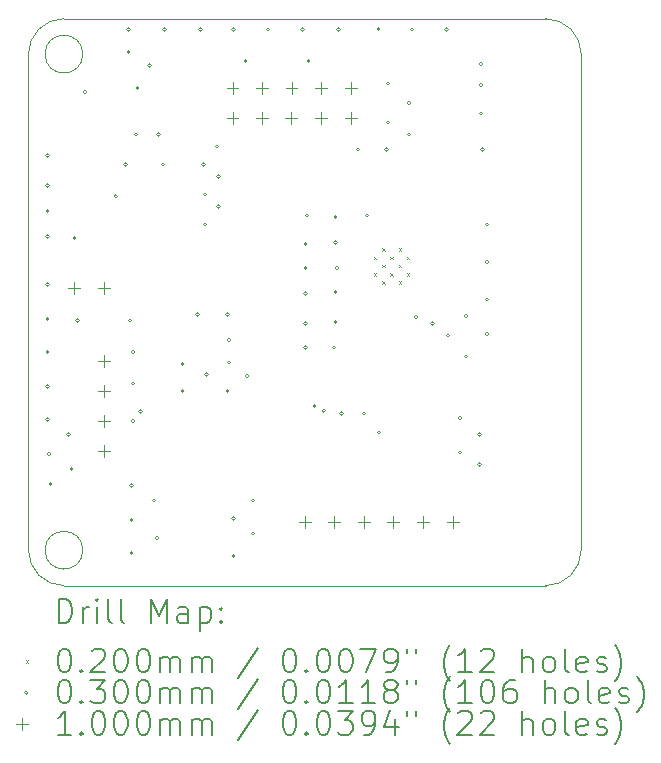
<source format=gbr>
%TF.GenerationSoftware,KiCad,Pcbnew,9.0.1*%
%TF.CreationDate,2025-10-26T23:58:12+01:00*%
%TF.ProjectId,onyks-iot-esp32-storage-rfid,6f6e796b-732d-4696-9f74-2d6573703332,rev?*%
%TF.SameCoordinates,Original*%
%TF.FileFunction,Drillmap*%
%TF.FilePolarity,Positive*%
%FSLAX45Y45*%
G04 Gerber Fmt 4.5, Leading zero omitted, Abs format (unit mm)*
G04 Created by KiCad (PCBNEW 9.0.1) date 2025-10-26 23:58:12*
%MOMM*%
%LPD*%
G01*
G04 APERTURE LIST*
%ADD10C,0.050000*%
%ADD11C,0.200000*%
%ADD12C,0.100000*%
G04 APERTURE END LIST*
D10*
X13240000Y-13680000D02*
G75*
G02*
X12920000Y-13680000I-160000J0D01*
G01*
X12920000Y-13680000D02*
G75*
G02*
X13240000Y-13680000I160000J0D01*
G01*
X17460000Y-9480000D02*
X17460000Y-13680000D01*
X13080000Y-13980000D02*
G75*
G02*
X12780000Y-13680000I0J300000D01*
G01*
X17460000Y-13680000D02*
G75*
G02*
X17160000Y-13980000I-300000J0D01*
G01*
X13080000Y-9180000D02*
X17160000Y-9180000D01*
X13240000Y-9480000D02*
G75*
G02*
X12920000Y-9480000I-160000J0D01*
G01*
X12920000Y-9480000D02*
G75*
G02*
X13240000Y-9480000I160000J0D01*
G01*
X17160000Y-13980000D02*
X13080000Y-13980000D01*
X12780000Y-13680000D02*
X12780000Y-9480000D01*
X17160000Y-9180000D02*
G75*
G02*
X17460000Y-9480000I0J-300000D01*
G01*
X12780000Y-9480000D02*
G75*
G02*
X13080000Y-9180000I300000J0D01*
G01*
D11*
D12*
X15705000Y-11195000D02*
X15725000Y-11215000D01*
X15725000Y-11195000D02*
X15705000Y-11215000D01*
X15705000Y-11335000D02*
X15725000Y-11355000D01*
X15725000Y-11335000D02*
X15705000Y-11355000D01*
X15775000Y-11125000D02*
X15795000Y-11145000D01*
X15795000Y-11125000D02*
X15775000Y-11145000D01*
X15775000Y-11262500D02*
X15795000Y-11282500D01*
X15795000Y-11262500D02*
X15775000Y-11282500D01*
X15775000Y-11405000D02*
X15795000Y-11425000D01*
X15795000Y-11405000D02*
X15775000Y-11425000D01*
X15845000Y-11195000D02*
X15865000Y-11215000D01*
X15865000Y-11195000D02*
X15845000Y-11215000D01*
X15845000Y-11335000D02*
X15865000Y-11355000D01*
X15865000Y-11335000D02*
X15845000Y-11355000D01*
X15915000Y-11125000D02*
X15935000Y-11145000D01*
X15935000Y-11125000D02*
X15915000Y-11145000D01*
X15915000Y-11262500D02*
X15935000Y-11282500D01*
X15935000Y-11262500D02*
X15915000Y-11282500D01*
X15915000Y-11405000D02*
X15935000Y-11425000D01*
X15935000Y-11405000D02*
X15915000Y-11425000D01*
X15985000Y-11195000D02*
X16005000Y-11215000D01*
X16005000Y-11195000D02*
X15985000Y-11215000D01*
X15985000Y-11335000D02*
X16005000Y-11355000D01*
X16005000Y-11335000D02*
X15985000Y-11355000D01*
X12956300Y-10337800D02*
G75*
G02*
X12926300Y-10337800I-15000J0D01*
G01*
X12926300Y-10337800D02*
G75*
G02*
X12956300Y-10337800I15000J0D01*
G01*
X12956300Y-10591800D02*
G75*
G02*
X12926300Y-10591800I-15000J0D01*
G01*
X12926300Y-10591800D02*
G75*
G02*
X12956300Y-10591800I15000J0D01*
G01*
X12956300Y-10807700D02*
G75*
G02*
X12926300Y-10807700I-15000J0D01*
G01*
X12926300Y-10807700D02*
G75*
G02*
X12956300Y-10807700I15000J0D01*
G01*
X12956300Y-11023600D02*
G75*
G02*
X12926300Y-11023600I-15000J0D01*
G01*
X12926300Y-11023600D02*
G75*
G02*
X12956300Y-11023600I15000J0D01*
G01*
X12956300Y-11430000D02*
G75*
G02*
X12926300Y-11430000I-15000J0D01*
G01*
X12926300Y-11430000D02*
G75*
G02*
X12956300Y-11430000I15000J0D01*
G01*
X12956300Y-11722100D02*
G75*
G02*
X12926300Y-11722100I-15000J0D01*
G01*
X12926300Y-11722100D02*
G75*
G02*
X12956300Y-11722100I15000J0D01*
G01*
X12956300Y-12001500D02*
G75*
G02*
X12926300Y-12001500I-15000J0D01*
G01*
X12926300Y-12001500D02*
G75*
G02*
X12956300Y-12001500I15000J0D01*
G01*
X12956300Y-12293600D02*
G75*
G02*
X12926300Y-12293600I-15000J0D01*
G01*
X12926300Y-12293600D02*
G75*
G02*
X12956300Y-12293600I15000J0D01*
G01*
X12956300Y-12573000D02*
G75*
G02*
X12926300Y-12573000I-15000J0D01*
G01*
X12926300Y-12573000D02*
G75*
G02*
X12956300Y-12573000I15000J0D01*
G01*
X12969000Y-12865100D02*
G75*
G02*
X12939000Y-12865100I-15000J0D01*
G01*
X12939000Y-12865100D02*
G75*
G02*
X12969000Y-12865100I15000J0D01*
G01*
X12981700Y-13119100D02*
G75*
G02*
X12951700Y-13119100I-15000J0D01*
G01*
X12951700Y-13119100D02*
G75*
G02*
X12981700Y-13119100I15000J0D01*
G01*
X13134100Y-12700000D02*
G75*
G02*
X13104100Y-12700000I-15000J0D01*
G01*
X13104100Y-12700000D02*
G75*
G02*
X13134100Y-12700000I15000J0D01*
G01*
X13159500Y-12992100D02*
G75*
G02*
X13129500Y-12992100I-15000J0D01*
G01*
X13129500Y-12992100D02*
G75*
G02*
X13159500Y-12992100I15000J0D01*
G01*
X13184900Y-11036300D02*
G75*
G02*
X13154900Y-11036300I-15000J0D01*
G01*
X13154900Y-11036300D02*
G75*
G02*
X13184900Y-11036300I15000J0D01*
G01*
X13210300Y-11734800D02*
G75*
G02*
X13180300Y-11734800I-15000J0D01*
G01*
X13180300Y-11734800D02*
G75*
G02*
X13210300Y-11734800I15000J0D01*
G01*
X13275000Y-9800000D02*
G75*
G02*
X13245000Y-9800000I-15000J0D01*
G01*
X13245000Y-9800000D02*
G75*
G02*
X13275000Y-9800000I15000J0D01*
G01*
X13535000Y-10685000D02*
G75*
G02*
X13505000Y-10685000I-15000J0D01*
G01*
X13505000Y-10685000D02*
G75*
G02*
X13535000Y-10685000I15000J0D01*
G01*
X13616700Y-10414000D02*
G75*
G02*
X13586700Y-10414000I-15000J0D01*
G01*
X13586700Y-10414000D02*
G75*
G02*
X13616700Y-10414000I15000J0D01*
G01*
X13642100Y-9271000D02*
G75*
G02*
X13612100Y-9271000I-15000J0D01*
G01*
X13612100Y-9271000D02*
G75*
G02*
X13642100Y-9271000I15000J0D01*
G01*
X13642100Y-9461500D02*
G75*
G02*
X13612100Y-9461500I-15000J0D01*
G01*
X13612100Y-9461500D02*
G75*
G02*
X13642100Y-9461500I15000J0D01*
G01*
X13654800Y-11734800D02*
G75*
G02*
X13624800Y-11734800I-15000J0D01*
G01*
X13624800Y-11734800D02*
G75*
G02*
X13654800Y-11734800I15000J0D01*
G01*
X13667500Y-13131800D02*
G75*
G02*
X13637500Y-13131800I-15000J0D01*
G01*
X13637500Y-13131800D02*
G75*
G02*
X13667500Y-13131800I15000J0D01*
G01*
X13667500Y-13423900D02*
G75*
G02*
X13637500Y-13423900I-15000J0D01*
G01*
X13637500Y-13423900D02*
G75*
G02*
X13667500Y-13423900I15000J0D01*
G01*
X13667500Y-13703300D02*
G75*
G02*
X13637500Y-13703300I-15000J0D01*
G01*
X13637500Y-13703300D02*
G75*
G02*
X13667500Y-13703300I15000J0D01*
G01*
X13680200Y-12001500D02*
G75*
G02*
X13650200Y-12001500I-15000J0D01*
G01*
X13650200Y-12001500D02*
G75*
G02*
X13680200Y-12001500I15000J0D01*
G01*
X13680200Y-12268200D02*
G75*
G02*
X13650200Y-12268200I-15000J0D01*
G01*
X13650200Y-12268200D02*
G75*
G02*
X13680200Y-12268200I15000J0D01*
G01*
X13680200Y-12588000D02*
G75*
G02*
X13650200Y-12588000I-15000J0D01*
G01*
X13650200Y-12588000D02*
G75*
G02*
X13680200Y-12588000I15000J0D01*
G01*
X13705600Y-10160000D02*
G75*
G02*
X13675600Y-10160000I-15000J0D01*
G01*
X13675600Y-10160000D02*
G75*
G02*
X13705600Y-10160000I15000J0D01*
G01*
X13718300Y-9766300D02*
G75*
G02*
X13688300Y-9766300I-15000J0D01*
G01*
X13688300Y-9766300D02*
G75*
G02*
X13718300Y-9766300I15000J0D01*
G01*
X13743700Y-12508000D02*
G75*
G02*
X13713700Y-12508000I-15000J0D01*
G01*
X13713700Y-12508000D02*
G75*
G02*
X13743700Y-12508000I15000J0D01*
G01*
X13819900Y-9575800D02*
G75*
G02*
X13789900Y-9575800I-15000J0D01*
G01*
X13789900Y-9575800D02*
G75*
G02*
X13819900Y-9575800I15000J0D01*
G01*
X13858000Y-13258800D02*
G75*
G02*
X13828000Y-13258800I-15000J0D01*
G01*
X13828000Y-13258800D02*
G75*
G02*
X13858000Y-13258800I15000J0D01*
G01*
X13883400Y-13576300D02*
G75*
G02*
X13853400Y-13576300I-15000J0D01*
G01*
X13853400Y-13576300D02*
G75*
G02*
X13883400Y-13576300I15000J0D01*
G01*
X13896100Y-10160000D02*
G75*
G02*
X13866100Y-10160000I-15000J0D01*
G01*
X13866100Y-10160000D02*
G75*
G02*
X13896100Y-10160000I15000J0D01*
G01*
X13934200Y-10414000D02*
G75*
G02*
X13904200Y-10414000I-15000J0D01*
G01*
X13904200Y-10414000D02*
G75*
G02*
X13934200Y-10414000I15000J0D01*
G01*
X13946900Y-9271000D02*
G75*
G02*
X13916900Y-9271000I-15000J0D01*
G01*
X13916900Y-9271000D02*
G75*
G02*
X13946900Y-9271000I15000J0D01*
G01*
X14099300Y-12103100D02*
G75*
G02*
X14069300Y-12103100I-15000J0D01*
G01*
X14069300Y-12103100D02*
G75*
G02*
X14099300Y-12103100I15000J0D01*
G01*
X14099300Y-12331700D02*
G75*
G02*
X14069300Y-12331700I-15000J0D01*
G01*
X14069300Y-12331700D02*
G75*
G02*
X14099300Y-12331700I15000J0D01*
G01*
X14226300Y-11684000D02*
G75*
G02*
X14196300Y-11684000I-15000J0D01*
G01*
X14196300Y-11684000D02*
G75*
G02*
X14226300Y-11684000I15000J0D01*
G01*
X14251700Y-9271000D02*
G75*
G02*
X14221700Y-9271000I-15000J0D01*
G01*
X14221700Y-9271000D02*
G75*
G02*
X14251700Y-9271000I15000J0D01*
G01*
X14277100Y-10414000D02*
G75*
G02*
X14247100Y-10414000I-15000J0D01*
G01*
X14247100Y-10414000D02*
G75*
G02*
X14277100Y-10414000I15000J0D01*
G01*
X14289800Y-10668000D02*
G75*
G02*
X14259800Y-10668000I-15000J0D01*
G01*
X14259800Y-10668000D02*
G75*
G02*
X14289800Y-10668000I15000J0D01*
G01*
X14289800Y-10922000D02*
G75*
G02*
X14259800Y-10922000I-15000J0D01*
G01*
X14259800Y-10922000D02*
G75*
G02*
X14289800Y-10922000I15000J0D01*
G01*
X14302500Y-12192000D02*
G75*
G02*
X14272500Y-12192000I-15000J0D01*
G01*
X14272500Y-12192000D02*
G75*
G02*
X14302500Y-12192000I15000J0D01*
G01*
X14391400Y-10261600D02*
G75*
G02*
X14361400Y-10261600I-15000J0D01*
G01*
X14361400Y-10261600D02*
G75*
G02*
X14391400Y-10261600I15000J0D01*
G01*
X14404100Y-10515600D02*
G75*
G02*
X14374100Y-10515600I-15000J0D01*
G01*
X14374100Y-10515600D02*
G75*
G02*
X14404100Y-10515600I15000J0D01*
G01*
X14404100Y-10769600D02*
G75*
G02*
X14374100Y-10769600I-15000J0D01*
G01*
X14374100Y-10769600D02*
G75*
G02*
X14404100Y-10769600I15000J0D01*
G01*
X14480300Y-11684000D02*
G75*
G02*
X14450300Y-11684000I-15000J0D01*
G01*
X14450300Y-11684000D02*
G75*
G02*
X14480300Y-11684000I15000J0D01*
G01*
X14480300Y-12331700D02*
G75*
G02*
X14450300Y-12331700I-15000J0D01*
G01*
X14450300Y-12331700D02*
G75*
G02*
X14480300Y-12331700I15000J0D01*
G01*
X14493000Y-11899900D02*
G75*
G02*
X14463000Y-11899900I-15000J0D01*
G01*
X14463000Y-11899900D02*
G75*
G02*
X14493000Y-11899900I15000J0D01*
G01*
X14493000Y-12090400D02*
G75*
G02*
X14463000Y-12090400I-15000J0D01*
G01*
X14463000Y-12090400D02*
G75*
G02*
X14493000Y-12090400I15000J0D01*
G01*
X14531100Y-9271000D02*
G75*
G02*
X14501100Y-9271000I-15000J0D01*
G01*
X14501100Y-9271000D02*
G75*
G02*
X14531100Y-9271000I15000J0D01*
G01*
X14531100Y-13411200D02*
G75*
G02*
X14501100Y-13411200I-15000J0D01*
G01*
X14501100Y-13411200D02*
G75*
G02*
X14531100Y-13411200I15000J0D01*
G01*
X14531100Y-13728700D02*
G75*
G02*
X14501100Y-13728700I-15000J0D01*
G01*
X14501100Y-13728700D02*
G75*
G02*
X14531100Y-13728700I15000J0D01*
G01*
X14632700Y-9537700D02*
G75*
G02*
X14602700Y-9537700I-15000J0D01*
G01*
X14602700Y-9537700D02*
G75*
G02*
X14632700Y-9537700I15000J0D01*
G01*
X14645400Y-12204700D02*
G75*
G02*
X14615400Y-12204700I-15000J0D01*
G01*
X14615400Y-12204700D02*
G75*
G02*
X14645400Y-12204700I15000J0D01*
G01*
X14696200Y-13258800D02*
G75*
G02*
X14666200Y-13258800I-15000J0D01*
G01*
X14666200Y-13258800D02*
G75*
G02*
X14696200Y-13258800I15000J0D01*
G01*
X14696200Y-13538200D02*
G75*
G02*
X14666200Y-13538200I-15000J0D01*
G01*
X14666200Y-13538200D02*
G75*
G02*
X14696200Y-13538200I15000J0D01*
G01*
X14823200Y-9271000D02*
G75*
G02*
X14793200Y-9271000I-15000J0D01*
G01*
X14793200Y-9271000D02*
G75*
G02*
X14823200Y-9271000I15000J0D01*
G01*
X15115300Y-9271000D02*
G75*
G02*
X15085300Y-9271000I-15000J0D01*
G01*
X15085300Y-9271000D02*
G75*
G02*
X15115300Y-9271000I15000J0D01*
G01*
X15140700Y-11087100D02*
G75*
G02*
X15110700Y-11087100I-15000J0D01*
G01*
X15110700Y-11087100D02*
G75*
G02*
X15140700Y-11087100I15000J0D01*
G01*
X15140700Y-11290300D02*
G75*
G02*
X15110700Y-11290300I-15000J0D01*
G01*
X15110700Y-11290300D02*
G75*
G02*
X15140700Y-11290300I15000J0D01*
G01*
X15140700Y-11506200D02*
G75*
G02*
X15110700Y-11506200I-15000J0D01*
G01*
X15110700Y-11506200D02*
G75*
G02*
X15140700Y-11506200I15000J0D01*
G01*
X15140700Y-11760200D02*
G75*
G02*
X15110700Y-11760200I-15000J0D01*
G01*
X15110700Y-11760200D02*
G75*
G02*
X15140700Y-11760200I15000J0D01*
G01*
X15140700Y-11963400D02*
G75*
G02*
X15110700Y-11963400I-15000J0D01*
G01*
X15110700Y-11963400D02*
G75*
G02*
X15140700Y-11963400I15000J0D01*
G01*
X15153400Y-10845800D02*
G75*
G02*
X15123400Y-10845800I-15000J0D01*
G01*
X15123400Y-10845800D02*
G75*
G02*
X15153400Y-10845800I15000J0D01*
G01*
X15166100Y-9537700D02*
G75*
G02*
X15136100Y-9537700I-15000J0D01*
G01*
X15136100Y-9537700D02*
G75*
G02*
X15166100Y-9537700I15000J0D01*
G01*
X15216600Y-12458400D02*
G75*
G02*
X15186600Y-12458400I-15000J0D01*
G01*
X15186600Y-12458400D02*
G75*
G02*
X15216600Y-12458400I15000J0D01*
G01*
X15295650Y-12499350D02*
G75*
G02*
X15265650Y-12499350I-15000J0D01*
G01*
X15265650Y-12499350D02*
G75*
G02*
X15295650Y-12499350I15000J0D01*
G01*
X15382000Y-11963400D02*
G75*
G02*
X15352000Y-11963400I-15000J0D01*
G01*
X15352000Y-11963400D02*
G75*
G02*
X15382000Y-11963400I15000J0D01*
G01*
X15394700Y-10858500D02*
G75*
G02*
X15364700Y-10858500I-15000J0D01*
G01*
X15364700Y-10858500D02*
G75*
G02*
X15394700Y-10858500I15000J0D01*
G01*
X15394700Y-11074400D02*
G75*
G02*
X15364700Y-11074400I-15000J0D01*
G01*
X15364700Y-11074400D02*
G75*
G02*
X15394700Y-11074400I15000J0D01*
G01*
X15394700Y-11493500D02*
G75*
G02*
X15364700Y-11493500I-15000J0D01*
G01*
X15364700Y-11493500D02*
G75*
G02*
X15394700Y-11493500I15000J0D01*
G01*
X15394700Y-11747500D02*
G75*
G02*
X15364700Y-11747500I-15000J0D01*
G01*
X15364700Y-11747500D02*
G75*
G02*
X15394700Y-11747500I15000J0D01*
G01*
X15407400Y-11290300D02*
G75*
G02*
X15377400Y-11290300I-15000J0D01*
G01*
X15377400Y-11290300D02*
G75*
G02*
X15407400Y-11290300I15000J0D01*
G01*
X15420100Y-9271000D02*
G75*
G02*
X15390100Y-9271000I-15000J0D01*
G01*
X15390100Y-9271000D02*
G75*
G02*
X15420100Y-9271000I15000J0D01*
G01*
X15445500Y-12522200D02*
G75*
G02*
X15415500Y-12522200I-15000J0D01*
G01*
X15415500Y-12522200D02*
G75*
G02*
X15445500Y-12522200I15000J0D01*
G01*
X15585200Y-10287000D02*
G75*
G02*
X15555200Y-10287000I-15000J0D01*
G01*
X15555200Y-10287000D02*
G75*
G02*
X15585200Y-10287000I15000J0D01*
G01*
X15636000Y-12522200D02*
G75*
G02*
X15606000Y-12522200I-15000J0D01*
G01*
X15606000Y-12522200D02*
G75*
G02*
X15636000Y-12522200I15000J0D01*
G01*
X15661400Y-10845800D02*
G75*
G02*
X15631400Y-10845800I-15000J0D01*
G01*
X15631400Y-10845800D02*
G75*
G02*
X15661400Y-10845800I15000J0D01*
G01*
X15759317Y-9265974D02*
G75*
G02*
X15729317Y-9265974I-15000J0D01*
G01*
X15729317Y-9265974D02*
G75*
G02*
X15759317Y-9265974I15000J0D01*
G01*
X15763000Y-12683800D02*
G75*
G02*
X15733000Y-12683800I-15000J0D01*
G01*
X15733000Y-12683800D02*
G75*
G02*
X15763000Y-12683800I15000J0D01*
G01*
X15826500Y-10287000D02*
G75*
G02*
X15796500Y-10287000I-15000J0D01*
G01*
X15796500Y-10287000D02*
G75*
G02*
X15826500Y-10287000I15000J0D01*
G01*
X15839200Y-9728200D02*
G75*
G02*
X15809200Y-9728200I-15000J0D01*
G01*
X15809200Y-9728200D02*
G75*
G02*
X15839200Y-9728200I15000J0D01*
G01*
X15839200Y-10058400D02*
G75*
G02*
X15809200Y-10058400I-15000J0D01*
G01*
X15809200Y-10058400D02*
G75*
G02*
X15839200Y-10058400I15000J0D01*
G01*
X16017000Y-9893300D02*
G75*
G02*
X15987000Y-9893300I-15000J0D01*
G01*
X15987000Y-9893300D02*
G75*
G02*
X16017000Y-9893300I15000J0D01*
G01*
X16017000Y-10160000D02*
G75*
G02*
X15987000Y-10160000I-15000J0D01*
G01*
X15987000Y-10160000D02*
G75*
G02*
X16017000Y-10160000I15000J0D01*
G01*
X16042400Y-9271000D02*
G75*
G02*
X16012400Y-9271000I-15000J0D01*
G01*
X16012400Y-9271000D02*
G75*
G02*
X16042400Y-9271000I15000J0D01*
G01*
X16075800Y-11704700D02*
G75*
G02*
X16045800Y-11704700I-15000J0D01*
G01*
X16045800Y-11704700D02*
G75*
G02*
X16075800Y-11704700I15000J0D01*
G01*
X16215000Y-11760000D02*
G75*
G02*
X16185000Y-11760000I-15000J0D01*
G01*
X16185000Y-11760000D02*
G75*
G02*
X16215000Y-11760000I15000J0D01*
G01*
X16334500Y-9271000D02*
G75*
G02*
X16304500Y-9271000I-15000J0D01*
G01*
X16304500Y-9271000D02*
G75*
G02*
X16334500Y-9271000I15000J0D01*
G01*
X16347200Y-11861800D02*
G75*
G02*
X16317200Y-11861800I-15000J0D01*
G01*
X16317200Y-11861800D02*
G75*
G02*
X16347200Y-11861800I15000J0D01*
G01*
X16448800Y-12560300D02*
G75*
G02*
X16418800Y-12560300I-15000J0D01*
G01*
X16418800Y-12560300D02*
G75*
G02*
X16448800Y-12560300I15000J0D01*
G01*
X16448800Y-12852400D02*
G75*
G02*
X16418800Y-12852400I-15000J0D01*
G01*
X16418800Y-12852400D02*
G75*
G02*
X16448800Y-12852400I15000J0D01*
G01*
X16499600Y-11696700D02*
G75*
G02*
X16469600Y-11696700I-15000J0D01*
G01*
X16469600Y-11696700D02*
G75*
G02*
X16499600Y-11696700I15000J0D01*
G01*
X16499600Y-12039600D02*
G75*
G02*
X16469600Y-12039600I-15000J0D01*
G01*
X16469600Y-12039600D02*
G75*
G02*
X16499600Y-12039600I15000J0D01*
G01*
X16613900Y-12700000D02*
G75*
G02*
X16583900Y-12700000I-15000J0D01*
G01*
X16583900Y-12700000D02*
G75*
G02*
X16613900Y-12700000I15000J0D01*
G01*
X16613900Y-12954000D02*
G75*
G02*
X16583900Y-12954000I-15000J0D01*
G01*
X16583900Y-12954000D02*
G75*
G02*
X16613900Y-12954000I15000J0D01*
G01*
X16626600Y-9563100D02*
G75*
G02*
X16596600Y-9563100I-15000J0D01*
G01*
X16596600Y-9563100D02*
G75*
G02*
X16626600Y-9563100I15000J0D01*
G01*
X16626600Y-9740900D02*
G75*
G02*
X16596600Y-9740900I-15000J0D01*
G01*
X16596600Y-9740900D02*
G75*
G02*
X16626600Y-9740900I15000J0D01*
G01*
X16626600Y-9982200D02*
G75*
G02*
X16596600Y-9982200I-15000J0D01*
G01*
X16596600Y-9982200D02*
G75*
G02*
X16626600Y-9982200I15000J0D01*
G01*
X16639300Y-10287000D02*
G75*
G02*
X16609300Y-10287000I-15000J0D01*
G01*
X16609300Y-10287000D02*
G75*
G02*
X16639300Y-10287000I15000J0D01*
G01*
X16677400Y-10922000D02*
G75*
G02*
X16647400Y-10922000I-15000J0D01*
G01*
X16647400Y-10922000D02*
G75*
G02*
X16677400Y-10922000I15000J0D01*
G01*
X16677400Y-11239500D02*
G75*
G02*
X16647400Y-11239500I-15000J0D01*
G01*
X16647400Y-11239500D02*
G75*
G02*
X16677400Y-11239500I15000J0D01*
G01*
X16677400Y-11557000D02*
G75*
G02*
X16647400Y-11557000I-15000J0D01*
G01*
X16647400Y-11557000D02*
G75*
G02*
X16677400Y-11557000I15000J0D01*
G01*
X16677400Y-11849100D02*
G75*
G02*
X16647400Y-11849100I-15000J0D01*
G01*
X16647400Y-11849100D02*
G75*
G02*
X16677400Y-11849100I15000J0D01*
G01*
X13166000Y-11410000D02*
X13166000Y-11510000D01*
X13116000Y-11460000D02*
X13216000Y-11460000D01*
X13420000Y-11410000D02*
X13420000Y-11510000D01*
X13370000Y-11460000D02*
X13470000Y-11460000D01*
X13420000Y-12030000D02*
X13420000Y-12130000D01*
X13370000Y-12080000D02*
X13470000Y-12080000D01*
X13420000Y-12284000D02*
X13420000Y-12384000D01*
X13370000Y-12334000D02*
X13470000Y-12334000D01*
X13420000Y-12538000D02*
X13420000Y-12638000D01*
X13370000Y-12588000D02*
X13470000Y-12588000D01*
X13420000Y-12792000D02*
X13420000Y-12892000D01*
X13370000Y-12842000D02*
X13470000Y-12842000D01*
X14508000Y-9720000D02*
X14508000Y-9820000D01*
X14458000Y-9770000D02*
X14558000Y-9770000D01*
X14508000Y-9970000D02*
X14508000Y-10070000D01*
X14458000Y-10020000D02*
X14558000Y-10020000D01*
X14758000Y-9720000D02*
X14758000Y-9820000D01*
X14708000Y-9770000D02*
X14808000Y-9770000D01*
X14758000Y-9970000D02*
X14758000Y-10070000D01*
X14708000Y-10020000D02*
X14808000Y-10020000D01*
X15000000Y-9970000D02*
X15000000Y-10070000D01*
X14950000Y-10020000D02*
X15050000Y-10020000D01*
X15008000Y-9720000D02*
X15008000Y-9820000D01*
X14958000Y-9770000D02*
X15058000Y-9770000D01*
X15120000Y-13390000D02*
X15120000Y-13490000D01*
X15070000Y-13440000D02*
X15170000Y-13440000D01*
X15258000Y-9720000D02*
X15258000Y-9820000D01*
X15208000Y-9770000D02*
X15308000Y-9770000D01*
X15258000Y-9970000D02*
X15258000Y-10070000D01*
X15208000Y-10020000D02*
X15308000Y-10020000D01*
X15370000Y-13390000D02*
X15370000Y-13490000D01*
X15320000Y-13440000D02*
X15420000Y-13440000D01*
X15508000Y-9720000D02*
X15508000Y-9820000D01*
X15458000Y-9770000D02*
X15558000Y-9770000D01*
X15508000Y-9970000D02*
X15508000Y-10070000D01*
X15458000Y-10020000D02*
X15558000Y-10020000D01*
X15620000Y-13390000D02*
X15620000Y-13490000D01*
X15570000Y-13440000D02*
X15670000Y-13440000D01*
X15870000Y-13390000D02*
X15870000Y-13490000D01*
X15820000Y-13440000D02*
X15920000Y-13440000D01*
X16120000Y-13390000D02*
X16120000Y-13490000D01*
X16070000Y-13440000D02*
X16170000Y-13440000D01*
X16374000Y-13390000D02*
X16374000Y-13490000D01*
X16324000Y-13440000D02*
X16424000Y-13440000D01*
D11*
X13038277Y-14293984D02*
X13038277Y-14093984D01*
X13038277Y-14093984D02*
X13085896Y-14093984D01*
X13085896Y-14093984D02*
X13114467Y-14103508D01*
X13114467Y-14103508D02*
X13133515Y-14122555D01*
X13133515Y-14122555D02*
X13143039Y-14141603D01*
X13143039Y-14141603D02*
X13152562Y-14179698D01*
X13152562Y-14179698D02*
X13152562Y-14208269D01*
X13152562Y-14208269D02*
X13143039Y-14246365D01*
X13143039Y-14246365D02*
X13133515Y-14265412D01*
X13133515Y-14265412D02*
X13114467Y-14284460D01*
X13114467Y-14284460D02*
X13085896Y-14293984D01*
X13085896Y-14293984D02*
X13038277Y-14293984D01*
X13238277Y-14293984D02*
X13238277Y-14160650D01*
X13238277Y-14198746D02*
X13247801Y-14179698D01*
X13247801Y-14179698D02*
X13257324Y-14170174D01*
X13257324Y-14170174D02*
X13276372Y-14160650D01*
X13276372Y-14160650D02*
X13295420Y-14160650D01*
X13362086Y-14293984D02*
X13362086Y-14160650D01*
X13362086Y-14093984D02*
X13352562Y-14103508D01*
X13352562Y-14103508D02*
X13362086Y-14113031D01*
X13362086Y-14113031D02*
X13371610Y-14103508D01*
X13371610Y-14103508D02*
X13362086Y-14093984D01*
X13362086Y-14093984D02*
X13362086Y-14113031D01*
X13485896Y-14293984D02*
X13466848Y-14284460D01*
X13466848Y-14284460D02*
X13457324Y-14265412D01*
X13457324Y-14265412D02*
X13457324Y-14093984D01*
X13590658Y-14293984D02*
X13571610Y-14284460D01*
X13571610Y-14284460D02*
X13562086Y-14265412D01*
X13562086Y-14265412D02*
X13562086Y-14093984D01*
X13819229Y-14293984D02*
X13819229Y-14093984D01*
X13819229Y-14093984D02*
X13885896Y-14236841D01*
X13885896Y-14236841D02*
X13952562Y-14093984D01*
X13952562Y-14093984D02*
X13952562Y-14293984D01*
X14133515Y-14293984D02*
X14133515Y-14189222D01*
X14133515Y-14189222D02*
X14123991Y-14170174D01*
X14123991Y-14170174D02*
X14104943Y-14160650D01*
X14104943Y-14160650D02*
X14066848Y-14160650D01*
X14066848Y-14160650D02*
X14047801Y-14170174D01*
X14133515Y-14284460D02*
X14114467Y-14293984D01*
X14114467Y-14293984D02*
X14066848Y-14293984D01*
X14066848Y-14293984D02*
X14047801Y-14284460D01*
X14047801Y-14284460D02*
X14038277Y-14265412D01*
X14038277Y-14265412D02*
X14038277Y-14246365D01*
X14038277Y-14246365D02*
X14047801Y-14227317D01*
X14047801Y-14227317D02*
X14066848Y-14217793D01*
X14066848Y-14217793D02*
X14114467Y-14217793D01*
X14114467Y-14217793D02*
X14133515Y-14208269D01*
X14228753Y-14160650D02*
X14228753Y-14360650D01*
X14228753Y-14170174D02*
X14247801Y-14160650D01*
X14247801Y-14160650D02*
X14285896Y-14160650D01*
X14285896Y-14160650D02*
X14304943Y-14170174D01*
X14304943Y-14170174D02*
X14314467Y-14179698D01*
X14314467Y-14179698D02*
X14323991Y-14198746D01*
X14323991Y-14198746D02*
X14323991Y-14255888D01*
X14323991Y-14255888D02*
X14314467Y-14274936D01*
X14314467Y-14274936D02*
X14304943Y-14284460D01*
X14304943Y-14284460D02*
X14285896Y-14293984D01*
X14285896Y-14293984D02*
X14247801Y-14293984D01*
X14247801Y-14293984D02*
X14228753Y-14284460D01*
X14409705Y-14274936D02*
X14419229Y-14284460D01*
X14419229Y-14284460D02*
X14409705Y-14293984D01*
X14409705Y-14293984D02*
X14400182Y-14284460D01*
X14400182Y-14284460D02*
X14409705Y-14274936D01*
X14409705Y-14274936D02*
X14409705Y-14293984D01*
X14409705Y-14170174D02*
X14419229Y-14179698D01*
X14419229Y-14179698D02*
X14409705Y-14189222D01*
X14409705Y-14189222D02*
X14400182Y-14179698D01*
X14400182Y-14179698D02*
X14409705Y-14170174D01*
X14409705Y-14170174D02*
X14409705Y-14189222D01*
D12*
X12757500Y-14612500D02*
X12777500Y-14632500D01*
X12777500Y-14612500D02*
X12757500Y-14632500D01*
D11*
X13076372Y-14513984D02*
X13095420Y-14513984D01*
X13095420Y-14513984D02*
X13114467Y-14523508D01*
X13114467Y-14523508D02*
X13123991Y-14533031D01*
X13123991Y-14533031D02*
X13133515Y-14552079D01*
X13133515Y-14552079D02*
X13143039Y-14590174D01*
X13143039Y-14590174D02*
X13143039Y-14637793D01*
X13143039Y-14637793D02*
X13133515Y-14675888D01*
X13133515Y-14675888D02*
X13123991Y-14694936D01*
X13123991Y-14694936D02*
X13114467Y-14704460D01*
X13114467Y-14704460D02*
X13095420Y-14713984D01*
X13095420Y-14713984D02*
X13076372Y-14713984D01*
X13076372Y-14713984D02*
X13057324Y-14704460D01*
X13057324Y-14704460D02*
X13047801Y-14694936D01*
X13047801Y-14694936D02*
X13038277Y-14675888D01*
X13038277Y-14675888D02*
X13028753Y-14637793D01*
X13028753Y-14637793D02*
X13028753Y-14590174D01*
X13028753Y-14590174D02*
X13038277Y-14552079D01*
X13038277Y-14552079D02*
X13047801Y-14533031D01*
X13047801Y-14533031D02*
X13057324Y-14523508D01*
X13057324Y-14523508D02*
X13076372Y-14513984D01*
X13228753Y-14694936D02*
X13238277Y-14704460D01*
X13238277Y-14704460D02*
X13228753Y-14713984D01*
X13228753Y-14713984D02*
X13219229Y-14704460D01*
X13219229Y-14704460D02*
X13228753Y-14694936D01*
X13228753Y-14694936D02*
X13228753Y-14713984D01*
X13314467Y-14533031D02*
X13323991Y-14523508D01*
X13323991Y-14523508D02*
X13343039Y-14513984D01*
X13343039Y-14513984D02*
X13390658Y-14513984D01*
X13390658Y-14513984D02*
X13409705Y-14523508D01*
X13409705Y-14523508D02*
X13419229Y-14533031D01*
X13419229Y-14533031D02*
X13428753Y-14552079D01*
X13428753Y-14552079D02*
X13428753Y-14571127D01*
X13428753Y-14571127D02*
X13419229Y-14599698D01*
X13419229Y-14599698D02*
X13304943Y-14713984D01*
X13304943Y-14713984D02*
X13428753Y-14713984D01*
X13552562Y-14513984D02*
X13571610Y-14513984D01*
X13571610Y-14513984D02*
X13590658Y-14523508D01*
X13590658Y-14523508D02*
X13600182Y-14533031D01*
X13600182Y-14533031D02*
X13609705Y-14552079D01*
X13609705Y-14552079D02*
X13619229Y-14590174D01*
X13619229Y-14590174D02*
X13619229Y-14637793D01*
X13619229Y-14637793D02*
X13609705Y-14675888D01*
X13609705Y-14675888D02*
X13600182Y-14694936D01*
X13600182Y-14694936D02*
X13590658Y-14704460D01*
X13590658Y-14704460D02*
X13571610Y-14713984D01*
X13571610Y-14713984D02*
X13552562Y-14713984D01*
X13552562Y-14713984D02*
X13533515Y-14704460D01*
X13533515Y-14704460D02*
X13523991Y-14694936D01*
X13523991Y-14694936D02*
X13514467Y-14675888D01*
X13514467Y-14675888D02*
X13504943Y-14637793D01*
X13504943Y-14637793D02*
X13504943Y-14590174D01*
X13504943Y-14590174D02*
X13514467Y-14552079D01*
X13514467Y-14552079D02*
X13523991Y-14533031D01*
X13523991Y-14533031D02*
X13533515Y-14523508D01*
X13533515Y-14523508D02*
X13552562Y-14513984D01*
X13743039Y-14513984D02*
X13762086Y-14513984D01*
X13762086Y-14513984D02*
X13781134Y-14523508D01*
X13781134Y-14523508D02*
X13790658Y-14533031D01*
X13790658Y-14533031D02*
X13800182Y-14552079D01*
X13800182Y-14552079D02*
X13809705Y-14590174D01*
X13809705Y-14590174D02*
X13809705Y-14637793D01*
X13809705Y-14637793D02*
X13800182Y-14675888D01*
X13800182Y-14675888D02*
X13790658Y-14694936D01*
X13790658Y-14694936D02*
X13781134Y-14704460D01*
X13781134Y-14704460D02*
X13762086Y-14713984D01*
X13762086Y-14713984D02*
X13743039Y-14713984D01*
X13743039Y-14713984D02*
X13723991Y-14704460D01*
X13723991Y-14704460D02*
X13714467Y-14694936D01*
X13714467Y-14694936D02*
X13704943Y-14675888D01*
X13704943Y-14675888D02*
X13695420Y-14637793D01*
X13695420Y-14637793D02*
X13695420Y-14590174D01*
X13695420Y-14590174D02*
X13704943Y-14552079D01*
X13704943Y-14552079D02*
X13714467Y-14533031D01*
X13714467Y-14533031D02*
X13723991Y-14523508D01*
X13723991Y-14523508D02*
X13743039Y-14513984D01*
X13895420Y-14713984D02*
X13895420Y-14580650D01*
X13895420Y-14599698D02*
X13904943Y-14590174D01*
X13904943Y-14590174D02*
X13923991Y-14580650D01*
X13923991Y-14580650D02*
X13952563Y-14580650D01*
X13952563Y-14580650D02*
X13971610Y-14590174D01*
X13971610Y-14590174D02*
X13981134Y-14609222D01*
X13981134Y-14609222D02*
X13981134Y-14713984D01*
X13981134Y-14609222D02*
X13990658Y-14590174D01*
X13990658Y-14590174D02*
X14009705Y-14580650D01*
X14009705Y-14580650D02*
X14038277Y-14580650D01*
X14038277Y-14580650D02*
X14057324Y-14590174D01*
X14057324Y-14590174D02*
X14066848Y-14609222D01*
X14066848Y-14609222D02*
X14066848Y-14713984D01*
X14162086Y-14713984D02*
X14162086Y-14580650D01*
X14162086Y-14599698D02*
X14171610Y-14590174D01*
X14171610Y-14590174D02*
X14190658Y-14580650D01*
X14190658Y-14580650D02*
X14219229Y-14580650D01*
X14219229Y-14580650D02*
X14238277Y-14590174D01*
X14238277Y-14590174D02*
X14247801Y-14609222D01*
X14247801Y-14609222D02*
X14247801Y-14713984D01*
X14247801Y-14609222D02*
X14257324Y-14590174D01*
X14257324Y-14590174D02*
X14276372Y-14580650D01*
X14276372Y-14580650D02*
X14304943Y-14580650D01*
X14304943Y-14580650D02*
X14323991Y-14590174D01*
X14323991Y-14590174D02*
X14333515Y-14609222D01*
X14333515Y-14609222D02*
X14333515Y-14713984D01*
X14723991Y-14504460D02*
X14552563Y-14761603D01*
X14981134Y-14513984D02*
X15000182Y-14513984D01*
X15000182Y-14513984D02*
X15019229Y-14523508D01*
X15019229Y-14523508D02*
X15028753Y-14533031D01*
X15028753Y-14533031D02*
X15038277Y-14552079D01*
X15038277Y-14552079D02*
X15047801Y-14590174D01*
X15047801Y-14590174D02*
X15047801Y-14637793D01*
X15047801Y-14637793D02*
X15038277Y-14675888D01*
X15038277Y-14675888D02*
X15028753Y-14694936D01*
X15028753Y-14694936D02*
X15019229Y-14704460D01*
X15019229Y-14704460D02*
X15000182Y-14713984D01*
X15000182Y-14713984D02*
X14981134Y-14713984D01*
X14981134Y-14713984D02*
X14962086Y-14704460D01*
X14962086Y-14704460D02*
X14952563Y-14694936D01*
X14952563Y-14694936D02*
X14943039Y-14675888D01*
X14943039Y-14675888D02*
X14933515Y-14637793D01*
X14933515Y-14637793D02*
X14933515Y-14590174D01*
X14933515Y-14590174D02*
X14943039Y-14552079D01*
X14943039Y-14552079D02*
X14952563Y-14533031D01*
X14952563Y-14533031D02*
X14962086Y-14523508D01*
X14962086Y-14523508D02*
X14981134Y-14513984D01*
X15133515Y-14694936D02*
X15143039Y-14704460D01*
X15143039Y-14704460D02*
X15133515Y-14713984D01*
X15133515Y-14713984D02*
X15123991Y-14704460D01*
X15123991Y-14704460D02*
X15133515Y-14694936D01*
X15133515Y-14694936D02*
X15133515Y-14713984D01*
X15266848Y-14513984D02*
X15285896Y-14513984D01*
X15285896Y-14513984D02*
X15304944Y-14523508D01*
X15304944Y-14523508D02*
X15314467Y-14533031D01*
X15314467Y-14533031D02*
X15323991Y-14552079D01*
X15323991Y-14552079D02*
X15333515Y-14590174D01*
X15333515Y-14590174D02*
X15333515Y-14637793D01*
X15333515Y-14637793D02*
X15323991Y-14675888D01*
X15323991Y-14675888D02*
X15314467Y-14694936D01*
X15314467Y-14694936D02*
X15304944Y-14704460D01*
X15304944Y-14704460D02*
X15285896Y-14713984D01*
X15285896Y-14713984D02*
X15266848Y-14713984D01*
X15266848Y-14713984D02*
X15247801Y-14704460D01*
X15247801Y-14704460D02*
X15238277Y-14694936D01*
X15238277Y-14694936D02*
X15228753Y-14675888D01*
X15228753Y-14675888D02*
X15219229Y-14637793D01*
X15219229Y-14637793D02*
X15219229Y-14590174D01*
X15219229Y-14590174D02*
X15228753Y-14552079D01*
X15228753Y-14552079D02*
X15238277Y-14533031D01*
X15238277Y-14533031D02*
X15247801Y-14523508D01*
X15247801Y-14523508D02*
X15266848Y-14513984D01*
X15457325Y-14513984D02*
X15476372Y-14513984D01*
X15476372Y-14513984D02*
X15495420Y-14523508D01*
X15495420Y-14523508D02*
X15504944Y-14533031D01*
X15504944Y-14533031D02*
X15514467Y-14552079D01*
X15514467Y-14552079D02*
X15523991Y-14590174D01*
X15523991Y-14590174D02*
X15523991Y-14637793D01*
X15523991Y-14637793D02*
X15514467Y-14675888D01*
X15514467Y-14675888D02*
X15504944Y-14694936D01*
X15504944Y-14694936D02*
X15495420Y-14704460D01*
X15495420Y-14704460D02*
X15476372Y-14713984D01*
X15476372Y-14713984D02*
X15457325Y-14713984D01*
X15457325Y-14713984D02*
X15438277Y-14704460D01*
X15438277Y-14704460D02*
X15428753Y-14694936D01*
X15428753Y-14694936D02*
X15419229Y-14675888D01*
X15419229Y-14675888D02*
X15409706Y-14637793D01*
X15409706Y-14637793D02*
X15409706Y-14590174D01*
X15409706Y-14590174D02*
X15419229Y-14552079D01*
X15419229Y-14552079D02*
X15428753Y-14533031D01*
X15428753Y-14533031D02*
X15438277Y-14523508D01*
X15438277Y-14523508D02*
X15457325Y-14513984D01*
X15590658Y-14513984D02*
X15723991Y-14513984D01*
X15723991Y-14513984D02*
X15638277Y-14713984D01*
X15809706Y-14713984D02*
X15847801Y-14713984D01*
X15847801Y-14713984D02*
X15866848Y-14704460D01*
X15866848Y-14704460D02*
X15876372Y-14694936D01*
X15876372Y-14694936D02*
X15895420Y-14666365D01*
X15895420Y-14666365D02*
X15904944Y-14628269D01*
X15904944Y-14628269D02*
X15904944Y-14552079D01*
X15904944Y-14552079D02*
X15895420Y-14533031D01*
X15895420Y-14533031D02*
X15885896Y-14523508D01*
X15885896Y-14523508D02*
X15866848Y-14513984D01*
X15866848Y-14513984D02*
X15828753Y-14513984D01*
X15828753Y-14513984D02*
X15809706Y-14523508D01*
X15809706Y-14523508D02*
X15800182Y-14533031D01*
X15800182Y-14533031D02*
X15790658Y-14552079D01*
X15790658Y-14552079D02*
X15790658Y-14599698D01*
X15790658Y-14599698D02*
X15800182Y-14618746D01*
X15800182Y-14618746D02*
X15809706Y-14628269D01*
X15809706Y-14628269D02*
X15828753Y-14637793D01*
X15828753Y-14637793D02*
X15866848Y-14637793D01*
X15866848Y-14637793D02*
X15885896Y-14628269D01*
X15885896Y-14628269D02*
X15895420Y-14618746D01*
X15895420Y-14618746D02*
X15904944Y-14599698D01*
X15981134Y-14513984D02*
X15981134Y-14552079D01*
X16057325Y-14513984D02*
X16057325Y-14552079D01*
X16352563Y-14790174D02*
X16343039Y-14780650D01*
X16343039Y-14780650D02*
X16323991Y-14752079D01*
X16323991Y-14752079D02*
X16314468Y-14733031D01*
X16314468Y-14733031D02*
X16304944Y-14704460D01*
X16304944Y-14704460D02*
X16295420Y-14656841D01*
X16295420Y-14656841D02*
X16295420Y-14618746D01*
X16295420Y-14618746D02*
X16304944Y-14571127D01*
X16304944Y-14571127D02*
X16314468Y-14542555D01*
X16314468Y-14542555D02*
X16323991Y-14523508D01*
X16323991Y-14523508D02*
X16343039Y-14494936D01*
X16343039Y-14494936D02*
X16352563Y-14485412D01*
X16533515Y-14713984D02*
X16419229Y-14713984D01*
X16476372Y-14713984D02*
X16476372Y-14513984D01*
X16476372Y-14513984D02*
X16457325Y-14542555D01*
X16457325Y-14542555D02*
X16438277Y-14561603D01*
X16438277Y-14561603D02*
X16419229Y-14571127D01*
X16609706Y-14533031D02*
X16619229Y-14523508D01*
X16619229Y-14523508D02*
X16638277Y-14513984D01*
X16638277Y-14513984D02*
X16685896Y-14513984D01*
X16685896Y-14513984D02*
X16704944Y-14523508D01*
X16704944Y-14523508D02*
X16714468Y-14533031D01*
X16714468Y-14533031D02*
X16723991Y-14552079D01*
X16723991Y-14552079D02*
X16723991Y-14571127D01*
X16723991Y-14571127D02*
X16714468Y-14599698D01*
X16714468Y-14599698D02*
X16600182Y-14713984D01*
X16600182Y-14713984D02*
X16723991Y-14713984D01*
X16962087Y-14713984D02*
X16962087Y-14513984D01*
X17047801Y-14713984D02*
X17047801Y-14609222D01*
X17047801Y-14609222D02*
X17038277Y-14590174D01*
X17038277Y-14590174D02*
X17019230Y-14580650D01*
X17019230Y-14580650D02*
X16990658Y-14580650D01*
X16990658Y-14580650D02*
X16971611Y-14590174D01*
X16971611Y-14590174D02*
X16962087Y-14599698D01*
X17171611Y-14713984D02*
X17152563Y-14704460D01*
X17152563Y-14704460D02*
X17143039Y-14694936D01*
X17143039Y-14694936D02*
X17133515Y-14675888D01*
X17133515Y-14675888D02*
X17133515Y-14618746D01*
X17133515Y-14618746D02*
X17143039Y-14599698D01*
X17143039Y-14599698D02*
X17152563Y-14590174D01*
X17152563Y-14590174D02*
X17171611Y-14580650D01*
X17171611Y-14580650D02*
X17200182Y-14580650D01*
X17200182Y-14580650D02*
X17219230Y-14590174D01*
X17219230Y-14590174D02*
X17228753Y-14599698D01*
X17228753Y-14599698D02*
X17238277Y-14618746D01*
X17238277Y-14618746D02*
X17238277Y-14675888D01*
X17238277Y-14675888D02*
X17228753Y-14694936D01*
X17228753Y-14694936D02*
X17219230Y-14704460D01*
X17219230Y-14704460D02*
X17200182Y-14713984D01*
X17200182Y-14713984D02*
X17171611Y-14713984D01*
X17352563Y-14713984D02*
X17333515Y-14704460D01*
X17333515Y-14704460D02*
X17323992Y-14685412D01*
X17323992Y-14685412D02*
X17323992Y-14513984D01*
X17504944Y-14704460D02*
X17485896Y-14713984D01*
X17485896Y-14713984D02*
X17447801Y-14713984D01*
X17447801Y-14713984D02*
X17428753Y-14704460D01*
X17428753Y-14704460D02*
X17419230Y-14685412D01*
X17419230Y-14685412D02*
X17419230Y-14609222D01*
X17419230Y-14609222D02*
X17428753Y-14590174D01*
X17428753Y-14590174D02*
X17447801Y-14580650D01*
X17447801Y-14580650D02*
X17485896Y-14580650D01*
X17485896Y-14580650D02*
X17504944Y-14590174D01*
X17504944Y-14590174D02*
X17514468Y-14609222D01*
X17514468Y-14609222D02*
X17514468Y-14628269D01*
X17514468Y-14628269D02*
X17419230Y-14647317D01*
X17590658Y-14704460D02*
X17609706Y-14713984D01*
X17609706Y-14713984D02*
X17647801Y-14713984D01*
X17647801Y-14713984D02*
X17666849Y-14704460D01*
X17666849Y-14704460D02*
X17676373Y-14685412D01*
X17676373Y-14685412D02*
X17676373Y-14675888D01*
X17676373Y-14675888D02*
X17666849Y-14656841D01*
X17666849Y-14656841D02*
X17647801Y-14647317D01*
X17647801Y-14647317D02*
X17619230Y-14647317D01*
X17619230Y-14647317D02*
X17600182Y-14637793D01*
X17600182Y-14637793D02*
X17590658Y-14618746D01*
X17590658Y-14618746D02*
X17590658Y-14609222D01*
X17590658Y-14609222D02*
X17600182Y-14590174D01*
X17600182Y-14590174D02*
X17619230Y-14580650D01*
X17619230Y-14580650D02*
X17647801Y-14580650D01*
X17647801Y-14580650D02*
X17666849Y-14590174D01*
X17743039Y-14790174D02*
X17752563Y-14780650D01*
X17752563Y-14780650D02*
X17771611Y-14752079D01*
X17771611Y-14752079D02*
X17781134Y-14733031D01*
X17781134Y-14733031D02*
X17790658Y-14704460D01*
X17790658Y-14704460D02*
X17800182Y-14656841D01*
X17800182Y-14656841D02*
X17800182Y-14618746D01*
X17800182Y-14618746D02*
X17790658Y-14571127D01*
X17790658Y-14571127D02*
X17781134Y-14542555D01*
X17781134Y-14542555D02*
X17771611Y-14523508D01*
X17771611Y-14523508D02*
X17752563Y-14494936D01*
X17752563Y-14494936D02*
X17743039Y-14485412D01*
D12*
X12777500Y-14886500D02*
G75*
G02*
X12747500Y-14886500I-15000J0D01*
G01*
X12747500Y-14886500D02*
G75*
G02*
X12777500Y-14886500I15000J0D01*
G01*
D11*
X13076372Y-14777984D02*
X13095420Y-14777984D01*
X13095420Y-14777984D02*
X13114467Y-14787508D01*
X13114467Y-14787508D02*
X13123991Y-14797031D01*
X13123991Y-14797031D02*
X13133515Y-14816079D01*
X13133515Y-14816079D02*
X13143039Y-14854174D01*
X13143039Y-14854174D02*
X13143039Y-14901793D01*
X13143039Y-14901793D02*
X13133515Y-14939888D01*
X13133515Y-14939888D02*
X13123991Y-14958936D01*
X13123991Y-14958936D02*
X13114467Y-14968460D01*
X13114467Y-14968460D02*
X13095420Y-14977984D01*
X13095420Y-14977984D02*
X13076372Y-14977984D01*
X13076372Y-14977984D02*
X13057324Y-14968460D01*
X13057324Y-14968460D02*
X13047801Y-14958936D01*
X13047801Y-14958936D02*
X13038277Y-14939888D01*
X13038277Y-14939888D02*
X13028753Y-14901793D01*
X13028753Y-14901793D02*
X13028753Y-14854174D01*
X13028753Y-14854174D02*
X13038277Y-14816079D01*
X13038277Y-14816079D02*
X13047801Y-14797031D01*
X13047801Y-14797031D02*
X13057324Y-14787508D01*
X13057324Y-14787508D02*
X13076372Y-14777984D01*
X13228753Y-14958936D02*
X13238277Y-14968460D01*
X13238277Y-14968460D02*
X13228753Y-14977984D01*
X13228753Y-14977984D02*
X13219229Y-14968460D01*
X13219229Y-14968460D02*
X13228753Y-14958936D01*
X13228753Y-14958936D02*
X13228753Y-14977984D01*
X13304943Y-14777984D02*
X13428753Y-14777984D01*
X13428753Y-14777984D02*
X13362086Y-14854174D01*
X13362086Y-14854174D02*
X13390658Y-14854174D01*
X13390658Y-14854174D02*
X13409705Y-14863698D01*
X13409705Y-14863698D02*
X13419229Y-14873222D01*
X13419229Y-14873222D02*
X13428753Y-14892269D01*
X13428753Y-14892269D02*
X13428753Y-14939888D01*
X13428753Y-14939888D02*
X13419229Y-14958936D01*
X13419229Y-14958936D02*
X13409705Y-14968460D01*
X13409705Y-14968460D02*
X13390658Y-14977984D01*
X13390658Y-14977984D02*
X13333515Y-14977984D01*
X13333515Y-14977984D02*
X13314467Y-14968460D01*
X13314467Y-14968460D02*
X13304943Y-14958936D01*
X13552562Y-14777984D02*
X13571610Y-14777984D01*
X13571610Y-14777984D02*
X13590658Y-14787508D01*
X13590658Y-14787508D02*
X13600182Y-14797031D01*
X13600182Y-14797031D02*
X13609705Y-14816079D01*
X13609705Y-14816079D02*
X13619229Y-14854174D01*
X13619229Y-14854174D02*
X13619229Y-14901793D01*
X13619229Y-14901793D02*
X13609705Y-14939888D01*
X13609705Y-14939888D02*
X13600182Y-14958936D01*
X13600182Y-14958936D02*
X13590658Y-14968460D01*
X13590658Y-14968460D02*
X13571610Y-14977984D01*
X13571610Y-14977984D02*
X13552562Y-14977984D01*
X13552562Y-14977984D02*
X13533515Y-14968460D01*
X13533515Y-14968460D02*
X13523991Y-14958936D01*
X13523991Y-14958936D02*
X13514467Y-14939888D01*
X13514467Y-14939888D02*
X13504943Y-14901793D01*
X13504943Y-14901793D02*
X13504943Y-14854174D01*
X13504943Y-14854174D02*
X13514467Y-14816079D01*
X13514467Y-14816079D02*
X13523991Y-14797031D01*
X13523991Y-14797031D02*
X13533515Y-14787508D01*
X13533515Y-14787508D02*
X13552562Y-14777984D01*
X13743039Y-14777984D02*
X13762086Y-14777984D01*
X13762086Y-14777984D02*
X13781134Y-14787508D01*
X13781134Y-14787508D02*
X13790658Y-14797031D01*
X13790658Y-14797031D02*
X13800182Y-14816079D01*
X13800182Y-14816079D02*
X13809705Y-14854174D01*
X13809705Y-14854174D02*
X13809705Y-14901793D01*
X13809705Y-14901793D02*
X13800182Y-14939888D01*
X13800182Y-14939888D02*
X13790658Y-14958936D01*
X13790658Y-14958936D02*
X13781134Y-14968460D01*
X13781134Y-14968460D02*
X13762086Y-14977984D01*
X13762086Y-14977984D02*
X13743039Y-14977984D01*
X13743039Y-14977984D02*
X13723991Y-14968460D01*
X13723991Y-14968460D02*
X13714467Y-14958936D01*
X13714467Y-14958936D02*
X13704943Y-14939888D01*
X13704943Y-14939888D02*
X13695420Y-14901793D01*
X13695420Y-14901793D02*
X13695420Y-14854174D01*
X13695420Y-14854174D02*
X13704943Y-14816079D01*
X13704943Y-14816079D02*
X13714467Y-14797031D01*
X13714467Y-14797031D02*
X13723991Y-14787508D01*
X13723991Y-14787508D02*
X13743039Y-14777984D01*
X13895420Y-14977984D02*
X13895420Y-14844650D01*
X13895420Y-14863698D02*
X13904943Y-14854174D01*
X13904943Y-14854174D02*
X13923991Y-14844650D01*
X13923991Y-14844650D02*
X13952563Y-14844650D01*
X13952563Y-14844650D02*
X13971610Y-14854174D01*
X13971610Y-14854174D02*
X13981134Y-14873222D01*
X13981134Y-14873222D02*
X13981134Y-14977984D01*
X13981134Y-14873222D02*
X13990658Y-14854174D01*
X13990658Y-14854174D02*
X14009705Y-14844650D01*
X14009705Y-14844650D02*
X14038277Y-14844650D01*
X14038277Y-14844650D02*
X14057324Y-14854174D01*
X14057324Y-14854174D02*
X14066848Y-14873222D01*
X14066848Y-14873222D02*
X14066848Y-14977984D01*
X14162086Y-14977984D02*
X14162086Y-14844650D01*
X14162086Y-14863698D02*
X14171610Y-14854174D01*
X14171610Y-14854174D02*
X14190658Y-14844650D01*
X14190658Y-14844650D02*
X14219229Y-14844650D01*
X14219229Y-14844650D02*
X14238277Y-14854174D01*
X14238277Y-14854174D02*
X14247801Y-14873222D01*
X14247801Y-14873222D02*
X14247801Y-14977984D01*
X14247801Y-14873222D02*
X14257324Y-14854174D01*
X14257324Y-14854174D02*
X14276372Y-14844650D01*
X14276372Y-14844650D02*
X14304943Y-14844650D01*
X14304943Y-14844650D02*
X14323991Y-14854174D01*
X14323991Y-14854174D02*
X14333515Y-14873222D01*
X14333515Y-14873222D02*
X14333515Y-14977984D01*
X14723991Y-14768460D02*
X14552563Y-15025603D01*
X14981134Y-14777984D02*
X15000182Y-14777984D01*
X15000182Y-14777984D02*
X15019229Y-14787508D01*
X15019229Y-14787508D02*
X15028753Y-14797031D01*
X15028753Y-14797031D02*
X15038277Y-14816079D01*
X15038277Y-14816079D02*
X15047801Y-14854174D01*
X15047801Y-14854174D02*
X15047801Y-14901793D01*
X15047801Y-14901793D02*
X15038277Y-14939888D01*
X15038277Y-14939888D02*
X15028753Y-14958936D01*
X15028753Y-14958936D02*
X15019229Y-14968460D01*
X15019229Y-14968460D02*
X15000182Y-14977984D01*
X15000182Y-14977984D02*
X14981134Y-14977984D01*
X14981134Y-14977984D02*
X14962086Y-14968460D01*
X14962086Y-14968460D02*
X14952563Y-14958936D01*
X14952563Y-14958936D02*
X14943039Y-14939888D01*
X14943039Y-14939888D02*
X14933515Y-14901793D01*
X14933515Y-14901793D02*
X14933515Y-14854174D01*
X14933515Y-14854174D02*
X14943039Y-14816079D01*
X14943039Y-14816079D02*
X14952563Y-14797031D01*
X14952563Y-14797031D02*
X14962086Y-14787508D01*
X14962086Y-14787508D02*
X14981134Y-14777984D01*
X15133515Y-14958936D02*
X15143039Y-14968460D01*
X15143039Y-14968460D02*
X15133515Y-14977984D01*
X15133515Y-14977984D02*
X15123991Y-14968460D01*
X15123991Y-14968460D02*
X15133515Y-14958936D01*
X15133515Y-14958936D02*
X15133515Y-14977984D01*
X15266848Y-14777984D02*
X15285896Y-14777984D01*
X15285896Y-14777984D02*
X15304944Y-14787508D01*
X15304944Y-14787508D02*
X15314467Y-14797031D01*
X15314467Y-14797031D02*
X15323991Y-14816079D01*
X15323991Y-14816079D02*
X15333515Y-14854174D01*
X15333515Y-14854174D02*
X15333515Y-14901793D01*
X15333515Y-14901793D02*
X15323991Y-14939888D01*
X15323991Y-14939888D02*
X15314467Y-14958936D01*
X15314467Y-14958936D02*
X15304944Y-14968460D01*
X15304944Y-14968460D02*
X15285896Y-14977984D01*
X15285896Y-14977984D02*
X15266848Y-14977984D01*
X15266848Y-14977984D02*
X15247801Y-14968460D01*
X15247801Y-14968460D02*
X15238277Y-14958936D01*
X15238277Y-14958936D02*
X15228753Y-14939888D01*
X15228753Y-14939888D02*
X15219229Y-14901793D01*
X15219229Y-14901793D02*
X15219229Y-14854174D01*
X15219229Y-14854174D02*
X15228753Y-14816079D01*
X15228753Y-14816079D02*
X15238277Y-14797031D01*
X15238277Y-14797031D02*
X15247801Y-14787508D01*
X15247801Y-14787508D02*
X15266848Y-14777984D01*
X15523991Y-14977984D02*
X15409706Y-14977984D01*
X15466848Y-14977984D02*
X15466848Y-14777984D01*
X15466848Y-14777984D02*
X15447801Y-14806555D01*
X15447801Y-14806555D02*
X15428753Y-14825603D01*
X15428753Y-14825603D02*
X15409706Y-14835127D01*
X15714467Y-14977984D02*
X15600182Y-14977984D01*
X15657325Y-14977984D02*
X15657325Y-14777984D01*
X15657325Y-14777984D02*
X15638277Y-14806555D01*
X15638277Y-14806555D02*
X15619229Y-14825603D01*
X15619229Y-14825603D02*
X15600182Y-14835127D01*
X15828753Y-14863698D02*
X15809706Y-14854174D01*
X15809706Y-14854174D02*
X15800182Y-14844650D01*
X15800182Y-14844650D02*
X15790658Y-14825603D01*
X15790658Y-14825603D02*
X15790658Y-14816079D01*
X15790658Y-14816079D02*
X15800182Y-14797031D01*
X15800182Y-14797031D02*
X15809706Y-14787508D01*
X15809706Y-14787508D02*
X15828753Y-14777984D01*
X15828753Y-14777984D02*
X15866848Y-14777984D01*
X15866848Y-14777984D02*
X15885896Y-14787508D01*
X15885896Y-14787508D02*
X15895420Y-14797031D01*
X15895420Y-14797031D02*
X15904944Y-14816079D01*
X15904944Y-14816079D02*
X15904944Y-14825603D01*
X15904944Y-14825603D02*
X15895420Y-14844650D01*
X15895420Y-14844650D02*
X15885896Y-14854174D01*
X15885896Y-14854174D02*
X15866848Y-14863698D01*
X15866848Y-14863698D02*
X15828753Y-14863698D01*
X15828753Y-14863698D02*
X15809706Y-14873222D01*
X15809706Y-14873222D02*
X15800182Y-14882746D01*
X15800182Y-14882746D02*
X15790658Y-14901793D01*
X15790658Y-14901793D02*
X15790658Y-14939888D01*
X15790658Y-14939888D02*
X15800182Y-14958936D01*
X15800182Y-14958936D02*
X15809706Y-14968460D01*
X15809706Y-14968460D02*
X15828753Y-14977984D01*
X15828753Y-14977984D02*
X15866848Y-14977984D01*
X15866848Y-14977984D02*
X15885896Y-14968460D01*
X15885896Y-14968460D02*
X15895420Y-14958936D01*
X15895420Y-14958936D02*
X15904944Y-14939888D01*
X15904944Y-14939888D02*
X15904944Y-14901793D01*
X15904944Y-14901793D02*
X15895420Y-14882746D01*
X15895420Y-14882746D02*
X15885896Y-14873222D01*
X15885896Y-14873222D02*
X15866848Y-14863698D01*
X15981134Y-14777984D02*
X15981134Y-14816079D01*
X16057325Y-14777984D02*
X16057325Y-14816079D01*
X16352563Y-15054174D02*
X16343039Y-15044650D01*
X16343039Y-15044650D02*
X16323991Y-15016079D01*
X16323991Y-15016079D02*
X16314468Y-14997031D01*
X16314468Y-14997031D02*
X16304944Y-14968460D01*
X16304944Y-14968460D02*
X16295420Y-14920841D01*
X16295420Y-14920841D02*
X16295420Y-14882746D01*
X16295420Y-14882746D02*
X16304944Y-14835127D01*
X16304944Y-14835127D02*
X16314468Y-14806555D01*
X16314468Y-14806555D02*
X16323991Y-14787508D01*
X16323991Y-14787508D02*
X16343039Y-14758936D01*
X16343039Y-14758936D02*
X16352563Y-14749412D01*
X16533515Y-14977984D02*
X16419229Y-14977984D01*
X16476372Y-14977984D02*
X16476372Y-14777984D01*
X16476372Y-14777984D02*
X16457325Y-14806555D01*
X16457325Y-14806555D02*
X16438277Y-14825603D01*
X16438277Y-14825603D02*
X16419229Y-14835127D01*
X16657325Y-14777984D02*
X16676372Y-14777984D01*
X16676372Y-14777984D02*
X16695420Y-14787508D01*
X16695420Y-14787508D02*
X16704944Y-14797031D01*
X16704944Y-14797031D02*
X16714468Y-14816079D01*
X16714468Y-14816079D02*
X16723991Y-14854174D01*
X16723991Y-14854174D02*
X16723991Y-14901793D01*
X16723991Y-14901793D02*
X16714468Y-14939888D01*
X16714468Y-14939888D02*
X16704944Y-14958936D01*
X16704944Y-14958936D02*
X16695420Y-14968460D01*
X16695420Y-14968460D02*
X16676372Y-14977984D01*
X16676372Y-14977984D02*
X16657325Y-14977984D01*
X16657325Y-14977984D02*
X16638277Y-14968460D01*
X16638277Y-14968460D02*
X16628753Y-14958936D01*
X16628753Y-14958936D02*
X16619229Y-14939888D01*
X16619229Y-14939888D02*
X16609706Y-14901793D01*
X16609706Y-14901793D02*
X16609706Y-14854174D01*
X16609706Y-14854174D02*
X16619229Y-14816079D01*
X16619229Y-14816079D02*
X16628753Y-14797031D01*
X16628753Y-14797031D02*
X16638277Y-14787508D01*
X16638277Y-14787508D02*
X16657325Y-14777984D01*
X16895420Y-14777984D02*
X16857325Y-14777984D01*
X16857325Y-14777984D02*
X16838277Y-14787508D01*
X16838277Y-14787508D02*
X16828753Y-14797031D01*
X16828753Y-14797031D02*
X16809706Y-14825603D01*
X16809706Y-14825603D02*
X16800182Y-14863698D01*
X16800182Y-14863698D02*
X16800182Y-14939888D01*
X16800182Y-14939888D02*
X16809706Y-14958936D01*
X16809706Y-14958936D02*
X16819230Y-14968460D01*
X16819230Y-14968460D02*
X16838277Y-14977984D01*
X16838277Y-14977984D02*
X16876372Y-14977984D01*
X16876372Y-14977984D02*
X16895420Y-14968460D01*
X16895420Y-14968460D02*
X16904944Y-14958936D01*
X16904944Y-14958936D02*
X16914468Y-14939888D01*
X16914468Y-14939888D02*
X16914468Y-14892269D01*
X16914468Y-14892269D02*
X16904944Y-14873222D01*
X16904944Y-14873222D02*
X16895420Y-14863698D01*
X16895420Y-14863698D02*
X16876372Y-14854174D01*
X16876372Y-14854174D02*
X16838277Y-14854174D01*
X16838277Y-14854174D02*
X16819230Y-14863698D01*
X16819230Y-14863698D02*
X16809706Y-14873222D01*
X16809706Y-14873222D02*
X16800182Y-14892269D01*
X17152563Y-14977984D02*
X17152563Y-14777984D01*
X17238277Y-14977984D02*
X17238277Y-14873222D01*
X17238277Y-14873222D02*
X17228753Y-14854174D01*
X17228753Y-14854174D02*
X17209706Y-14844650D01*
X17209706Y-14844650D02*
X17181134Y-14844650D01*
X17181134Y-14844650D02*
X17162087Y-14854174D01*
X17162087Y-14854174D02*
X17152563Y-14863698D01*
X17362087Y-14977984D02*
X17343039Y-14968460D01*
X17343039Y-14968460D02*
X17333515Y-14958936D01*
X17333515Y-14958936D02*
X17323992Y-14939888D01*
X17323992Y-14939888D02*
X17323992Y-14882746D01*
X17323992Y-14882746D02*
X17333515Y-14863698D01*
X17333515Y-14863698D02*
X17343039Y-14854174D01*
X17343039Y-14854174D02*
X17362087Y-14844650D01*
X17362087Y-14844650D02*
X17390658Y-14844650D01*
X17390658Y-14844650D02*
X17409706Y-14854174D01*
X17409706Y-14854174D02*
X17419230Y-14863698D01*
X17419230Y-14863698D02*
X17428753Y-14882746D01*
X17428753Y-14882746D02*
X17428753Y-14939888D01*
X17428753Y-14939888D02*
X17419230Y-14958936D01*
X17419230Y-14958936D02*
X17409706Y-14968460D01*
X17409706Y-14968460D02*
X17390658Y-14977984D01*
X17390658Y-14977984D02*
X17362087Y-14977984D01*
X17543039Y-14977984D02*
X17523992Y-14968460D01*
X17523992Y-14968460D02*
X17514468Y-14949412D01*
X17514468Y-14949412D02*
X17514468Y-14777984D01*
X17695420Y-14968460D02*
X17676373Y-14977984D01*
X17676373Y-14977984D02*
X17638277Y-14977984D01*
X17638277Y-14977984D02*
X17619230Y-14968460D01*
X17619230Y-14968460D02*
X17609706Y-14949412D01*
X17609706Y-14949412D02*
X17609706Y-14873222D01*
X17609706Y-14873222D02*
X17619230Y-14854174D01*
X17619230Y-14854174D02*
X17638277Y-14844650D01*
X17638277Y-14844650D02*
X17676373Y-14844650D01*
X17676373Y-14844650D02*
X17695420Y-14854174D01*
X17695420Y-14854174D02*
X17704944Y-14873222D01*
X17704944Y-14873222D02*
X17704944Y-14892269D01*
X17704944Y-14892269D02*
X17609706Y-14911317D01*
X17781134Y-14968460D02*
X17800182Y-14977984D01*
X17800182Y-14977984D02*
X17838277Y-14977984D01*
X17838277Y-14977984D02*
X17857325Y-14968460D01*
X17857325Y-14968460D02*
X17866849Y-14949412D01*
X17866849Y-14949412D02*
X17866849Y-14939888D01*
X17866849Y-14939888D02*
X17857325Y-14920841D01*
X17857325Y-14920841D02*
X17838277Y-14911317D01*
X17838277Y-14911317D02*
X17809706Y-14911317D01*
X17809706Y-14911317D02*
X17790658Y-14901793D01*
X17790658Y-14901793D02*
X17781134Y-14882746D01*
X17781134Y-14882746D02*
X17781134Y-14873222D01*
X17781134Y-14873222D02*
X17790658Y-14854174D01*
X17790658Y-14854174D02*
X17809706Y-14844650D01*
X17809706Y-14844650D02*
X17838277Y-14844650D01*
X17838277Y-14844650D02*
X17857325Y-14854174D01*
X17933515Y-15054174D02*
X17943039Y-15044650D01*
X17943039Y-15044650D02*
X17962087Y-15016079D01*
X17962087Y-15016079D02*
X17971611Y-14997031D01*
X17971611Y-14997031D02*
X17981134Y-14968460D01*
X17981134Y-14968460D02*
X17990658Y-14920841D01*
X17990658Y-14920841D02*
X17990658Y-14882746D01*
X17990658Y-14882746D02*
X17981134Y-14835127D01*
X17981134Y-14835127D02*
X17971611Y-14806555D01*
X17971611Y-14806555D02*
X17962087Y-14787508D01*
X17962087Y-14787508D02*
X17943039Y-14758936D01*
X17943039Y-14758936D02*
X17933515Y-14749412D01*
D12*
X12727500Y-15100500D02*
X12727500Y-15200500D01*
X12677500Y-15150500D02*
X12777500Y-15150500D01*
D11*
X13143039Y-15241984D02*
X13028753Y-15241984D01*
X13085896Y-15241984D02*
X13085896Y-15041984D01*
X13085896Y-15041984D02*
X13066848Y-15070555D01*
X13066848Y-15070555D02*
X13047801Y-15089603D01*
X13047801Y-15089603D02*
X13028753Y-15099127D01*
X13228753Y-15222936D02*
X13238277Y-15232460D01*
X13238277Y-15232460D02*
X13228753Y-15241984D01*
X13228753Y-15241984D02*
X13219229Y-15232460D01*
X13219229Y-15232460D02*
X13228753Y-15222936D01*
X13228753Y-15222936D02*
X13228753Y-15241984D01*
X13362086Y-15041984D02*
X13381134Y-15041984D01*
X13381134Y-15041984D02*
X13400182Y-15051508D01*
X13400182Y-15051508D02*
X13409705Y-15061031D01*
X13409705Y-15061031D02*
X13419229Y-15080079D01*
X13419229Y-15080079D02*
X13428753Y-15118174D01*
X13428753Y-15118174D02*
X13428753Y-15165793D01*
X13428753Y-15165793D02*
X13419229Y-15203888D01*
X13419229Y-15203888D02*
X13409705Y-15222936D01*
X13409705Y-15222936D02*
X13400182Y-15232460D01*
X13400182Y-15232460D02*
X13381134Y-15241984D01*
X13381134Y-15241984D02*
X13362086Y-15241984D01*
X13362086Y-15241984D02*
X13343039Y-15232460D01*
X13343039Y-15232460D02*
X13333515Y-15222936D01*
X13333515Y-15222936D02*
X13323991Y-15203888D01*
X13323991Y-15203888D02*
X13314467Y-15165793D01*
X13314467Y-15165793D02*
X13314467Y-15118174D01*
X13314467Y-15118174D02*
X13323991Y-15080079D01*
X13323991Y-15080079D02*
X13333515Y-15061031D01*
X13333515Y-15061031D02*
X13343039Y-15051508D01*
X13343039Y-15051508D02*
X13362086Y-15041984D01*
X13552562Y-15041984D02*
X13571610Y-15041984D01*
X13571610Y-15041984D02*
X13590658Y-15051508D01*
X13590658Y-15051508D02*
X13600182Y-15061031D01*
X13600182Y-15061031D02*
X13609705Y-15080079D01*
X13609705Y-15080079D02*
X13619229Y-15118174D01*
X13619229Y-15118174D02*
X13619229Y-15165793D01*
X13619229Y-15165793D02*
X13609705Y-15203888D01*
X13609705Y-15203888D02*
X13600182Y-15222936D01*
X13600182Y-15222936D02*
X13590658Y-15232460D01*
X13590658Y-15232460D02*
X13571610Y-15241984D01*
X13571610Y-15241984D02*
X13552562Y-15241984D01*
X13552562Y-15241984D02*
X13533515Y-15232460D01*
X13533515Y-15232460D02*
X13523991Y-15222936D01*
X13523991Y-15222936D02*
X13514467Y-15203888D01*
X13514467Y-15203888D02*
X13504943Y-15165793D01*
X13504943Y-15165793D02*
X13504943Y-15118174D01*
X13504943Y-15118174D02*
X13514467Y-15080079D01*
X13514467Y-15080079D02*
X13523991Y-15061031D01*
X13523991Y-15061031D02*
X13533515Y-15051508D01*
X13533515Y-15051508D02*
X13552562Y-15041984D01*
X13743039Y-15041984D02*
X13762086Y-15041984D01*
X13762086Y-15041984D02*
X13781134Y-15051508D01*
X13781134Y-15051508D02*
X13790658Y-15061031D01*
X13790658Y-15061031D02*
X13800182Y-15080079D01*
X13800182Y-15080079D02*
X13809705Y-15118174D01*
X13809705Y-15118174D02*
X13809705Y-15165793D01*
X13809705Y-15165793D02*
X13800182Y-15203888D01*
X13800182Y-15203888D02*
X13790658Y-15222936D01*
X13790658Y-15222936D02*
X13781134Y-15232460D01*
X13781134Y-15232460D02*
X13762086Y-15241984D01*
X13762086Y-15241984D02*
X13743039Y-15241984D01*
X13743039Y-15241984D02*
X13723991Y-15232460D01*
X13723991Y-15232460D02*
X13714467Y-15222936D01*
X13714467Y-15222936D02*
X13704943Y-15203888D01*
X13704943Y-15203888D02*
X13695420Y-15165793D01*
X13695420Y-15165793D02*
X13695420Y-15118174D01*
X13695420Y-15118174D02*
X13704943Y-15080079D01*
X13704943Y-15080079D02*
X13714467Y-15061031D01*
X13714467Y-15061031D02*
X13723991Y-15051508D01*
X13723991Y-15051508D02*
X13743039Y-15041984D01*
X13895420Y-15241984D02*
X13895420Y-15108650D01*
X13895420Y-15127698D02*
X13904943Y-15118174D01*
X13904943Y-15118174D02*
X13923991Y-15108650D01*
X13923991Y-15108650D02*
X13952563Y-15108650D01*
X13952563Y-15108650D02*
X13971610Y-15118174D01*
X13971610Y-15118174D02*
X13981134Y-15137222D01*
X13981134Y-15137222D02*
X13981134Y-15241984D01*
X13981134Y-15137222D02*
X13990658Y-15118174D01*
X13990658Y-15118174D02*
X14009705Y-15108650D01*
X14009705Y-15108650D02*
X14038277Y-15108650D01*
X14038277Y-15108650D02*
X14057324Y-15118174D01*
X14057324Y-15118174D02*
X14066848Y-15137222D01*
X14066848Y-15137222D02*
X14066848Y-15241984D01*
X14162086Y-15241984D02*
X14162086Y-15108650D01*
X14162086Y-15127698D02*
X14171610Y-15118174D01*
X14171610Y-15118174D02*
X14190658Y-15108650D01*
X14190658Y-15108650D02*
X14219229Y-15108650D01*
X14219229Y-15108650D02*
X14238277Y-15118174D01*
X14238277Y-15118174D02*
X14247801Y-15137222D01*
X14247801Y-15137222D02*
X14247801Y-15241984D01*
X14247801Y-15137222D02*
X14257324Y-15118174D01*
X14257324Y-15118174D02*
X14276372Y-15108650D01*
X14276372Y-15108650D02*
X14304943Y-15108650D01*
X14304943Y-15108650D02*
X14323991Y-15118174D01*
X14323991Y-15118174D02*
X14333515Y-15137222D01*
X14333515Y-15137222D02*
X14333515Y-15241984D01*
X14723991Y-15032460D02*
X14552563Y-15289603D01*
X14981134Y-15041984D02*
X15000182Y-15041984D01*
X15000182Y-15041984D02*
X15019229Y-15051508D01*
X15019229Y-15051508D02*
X15028753Y-15061031D01*
X15028753Y-15061031D02*
X15038277Y-15080079D01*
X15038277Y-15080079D02*
X15047801Y-15118174D01*
X15047801Y-15118174D02*
X15047801Y-15165793D01*
X15047801Y-15165793D02*
X15038277Y-15203888D01*
X15038277Y-15203888D02*
X15028753Y-15222936D01*
X15028753Y-15222936D02*
X15019229Y-15232460D01*
X15019229Y-15232460D02*
X15000182Y-15241984D01*
X15000182Y-15241984D02*
X14981134Y-15241984D01*
X14981134Y-15241984D02*
X14962086Y-15232460D01*
X14962086Y-15232460D02*
X14952563Y-15222936D01*
X14952563Y-15222936D02*
X14943039Y-15203888D01*
X14943039Y-15203888D02*
X14933515Y-15165793D01*
X14933515Y-15165793D02*
X14933515Y-15118174D01*
X14933515Y-15118174D02*
X14943039Y-15080079D01*
X14943039Y-15080079D02*
X14952563Y-15061031D01*
X14952563Y-15061031D02*
X14962086Y-15051508D01*
X14962086Y-15051508D02*
X14981134Y-15041984D01*
X15133515Y-15222936D02*
X15143039Y-15232460D01*
X15143039Y-15232460D02*
X15133515Y-15241984D01*
X15133515Y-15241984D02*
X15123991Y-15232460D01*
X15123991Y-15232460D02*
X15133515Y-15222936D01*
X15133515Y-15222936D02*
X15133515Y-15241984D01*
X15266848Y-15041984D02*
X15285896Y-15041984D01*
X15285896Y-15041984D02*
X15304944Y-15051508D01*
X15304944Y-15051508D02*
X15314467Y-15061031D01*
X15314467Y-15061031D02*
X15323991Y-15080079D01*
X15323991Y-15080079D02*
X15333515Y-15118174D01*
X15333515Y-15118174D02*
X15333515Y-15165793D01*
X15333515Y-15165793D02*
X15323991Y-15203888D01*
X15323991Y-15203888D02*
X15314467Y-15222936D01*
X15314467Y-15222936D02*
X15304944Y-15232460D01*
X15304944Y-15232460D02*
X15285896Y-15241984D01*
X15285896Y-15241984D02*
X15266848Y-15241984D01*
X15266848Y-15241984D02*
X15247801Y-15232460D01*
X15247801Y-15232460D02*
X15238277Y-15222936D01*
X15238277Y-15222936D02*
X15228753Y-15203888D01*
X15228753Y-15203888D02*
X15219229Y-15165793D01*
X15219229Y-15165793D02*
X15219229Y-15118174D01*
X15219229Y-15118174D02*
X15228753Y-15080079D01*
X15228753Y-15080079D02*
X15238277Y-15061031D01*
X15238277Y-15061031D02*
X15247801Y-15051508D01*
X15247801Y-15051508D02*
X15266848Y-15041984D01*
X15400182Y-15041984D02*
X15523991Y-15041984D01*
X15523991Y-15041984D02*
X15457325Y-15118174D01*
X15457325Y-15118174D02*
X15485896Y-15118174D01*
X15485896Y-15118174D02*
X15504944Y-15127698D01*
X15504944Y-15127698D02*
X15514467Y-15137222D01*
X15514467Y-15137222D02*
X15523991Y-15156269D01*
X15523991Y-15156269D02*
X15523991Y-15203888D01*
X15523991Y-15203888D02*
X15514467Y-15222936D01*
X15514467Y-15222936D02*
X15504944Y-15232460D01*
X15504944Y-15232460D02*
X15485896Y-15241984D01*
X15485896Y-15241984D02*
X15428753Y-15241984D01*
X15428753Y-15241984D02*
X15409706Y-15232460D01*
X15409706Y-15232460D02*
X15400182Y-15222936D01*
X15619229Y-15241984D02*
X15657325Y-15241984D01*
X15657325Y-15241984D02*
X15676372Y-15232460D01*
X15676372Y-15232460D02*
X15685896Y-15222936D01*
X15685896Y-15222936D02*
X15704944Y-15194365D01*
X15704944Y-15194365D02*
X15714467Y-15156269D01*
X15714467Y-15156269D02*
X15714467Y-15080079D01*
X15714467Y-15080079D02*
X15704944Y-15061031D01*
X15704944Y-15061031D02*
X15695420Y-15051508D01*
X15695420Y-15051508D02*
X15676372Y-15041984D01*
X15676372Y-15041984D02*
X15638277Y-15041984D01*
X15638277Y-15041984D02*
X15619229Y-15051508D01*
X15619229Y-15051508D02*
X15609706Y-15061031D01*
X15609706Y-15061031D02*
X15600182Y-15080079D01*
X15600182Y-15080079D02*
X15600182Y-15127698D01*
X15600182Y-15127698D02*
X15609706Y-15146746D01*
X15609706Y-15146746D02*
X15619229Y-15156269D01*
X15619229Y-15156269D02*
X15638277Y-15165793D01*
X15638277Y-15165793D02*
X15676372Y-15165793D01*
X15676372Y-15165793D02*
X15695420Y-15156269D01*
X15695420Y-15156269D02*
X15704944Y-15146746D01*
X15704944Y-15146746D02*
X15714467Y-15127698D01*
X15885896Y-15108650D02*
X15885896Y-15241984D01*
X15838277Y-15032460D02*
X15790658Y-15175317D01*
X15790658Y-15175317D02*
X15914467Y-15175317D01*
X15981134Y-15041984D02*
X15981134Y-15080079D01*
X16057325Y-15041984D02*
X16057325Y-15080079D01*
X16352563Y-15318174D02*
X16343039Y-15308650D01*
X16343039Y-15308650D02*
X16323991Y-15280079D01*
X16323991Y-15280079D02*
X16314468Y-15261031D01*
X16314468Y-15261031D02*
X16304944Y-15232460D01*
X16304944Y-15232460D02*
X16295420Y-15184841D01*
X16295420Y-15184841D02*
X16295420Y-15146746D01*
X16295420Y-15146746D02*
X16304944Y-15099127D01*
X16304944Y-15099127D02*
X16314468Y-15070555D01*
X16314468Y-15070555D02*
X16323991Y-15051508D01*
X16323991Y-15051508D02*
X16343039Y-15022936D01*
X16343039Y-15022936D02*
X16352563Y-15013412D01*
X16419229Y-15061031D02*
X16428753Y-15051508D01*
X16428753Y-15051508D02*
X16447801Y-15041984D01*
X16447801Y-15041984D02*
X16495420Y-15041984D01*
X16495420Y-15041984D02*
X16514468Y-15051508D01*
X16514468Y-15051508D02*
X16523991Y-15061031D01*
X16523991Y-15061031D02*
X16533515Y-15080079D01*
X16533515Y-15080079D02*
X16533515Y-15099127D01*
X16533515Y-15099127D02*
X16523991Y-15127698D01*
X16523991Y-15127698D02*
X16409706Y-15241984D01*
X16409706Y-15241984D02*
X16533515Y-15241984D01*
X16609706Y-15061031D02*
X16619229Y-15051508D01*
X16619229Y-15051508D02*
X16638277Y-15041984D01*
X16638277Y-15041984D02*
X16685896Y-15041984D01*
X16685896Y-15041984D02*
X16704944Y-15051508D01*
X16704944Y-15051508D02*
X16714468Y-15061031D01*
X16714468Y-15061031D02*
X16723991Y-15080079D01*
X16723991Y-15080079D02*
X16723991Y-15099127D01*
X16723991Y-15099127D02*
X16714468Y-15127698D01*
X16714468Y-15127698D02*
X16600182Y-15241984D01*
X16600182Y-15241984D02*
X16723991Y-15241984D01*
X16962087Y-15241984D02*
X16962087Y-15041984D01*
X17047801Y-15241984D02*
X17047801Y-15137222D01*
X17047801Y-15137222D02*
X17038277Y-15118174D01*
X17038277Y-15118174D02*
X17019230Y-15108650D01*
X17019230Y-15108650D02*
X16990658Y-15108650D01*
X16990658Y-15108650D02*
X16971611Y-15118174D01*
X16971611Y-15118174D02*
X16962087Y-15127698D01*
X17171611Y-15241984D02*
X17152563Y-15232460D01*
X17152563Y-15232460D02*
X17143039Y-15222936D01*
X17143039Y-15222936D02*
X17133515Y-15203888D01*
X17133515Y-15203888D02*
X17133515Y-15146746D01*
X17133515Y-15146746D02*
X17143039Y-15127698D01*
X17143039Y-15127698D02*
X17152563Y-15118174D01*
X17152563Y-15118174D02*
X17171611Y-15108650D01*
X17171611Y-15108650D02*
X17200182Y-15108650D01*
X17200182Y-15108650D02*
X17219230Y-15118174D01*
X17219230Y-15118174D02*
X17228753Y-15127698D01*
X17228753Y-15127698D02*
X17238277Y-15146746D01*
X17238277Y-15146746D02*
X17238277Y-15203888D01*
X17238277Y-15203888D02*
X17228753Y-15222936D01*
X17228753Y-15222936D02*
X17219230Y-15232460D01*
X17219230Y-15232460D02*
X17200182Y-15241984D01*
X17200182Y-15241984D02*
X17171611Y-15241984D01*
X17352563Y-15241984D02*
X17333515Y-15232460D01*
X17333515Y-15232460D02*
X17323992Y-15213412D01*
X17323992Y-15213412D02*
X17323992Y-15041984D01*
X17504944Y-15232460D02*
X17485896Y-15241984D01*
X17485896Y-15241984D02*
X17447801Y-15241984D01*
X17447801Y-15241984D02*
X17428753Y-15232460D01*
X17428753Y-15232460D02*
X17419230Y-15213412D01*
X17419230Y-15213412D02*
X17419230Y-15137222D01*
X17419230Y-15137222D02*
X17428753Y-15118174D01*
X17428753Y-15118174D02*
X17447801Y-15108650D01*
X17447801Y-15108650D02*
X17485896Y-15108650D01*
X17485896Y-15108650D02*
X17504944Y-15118174D01*
X17504944Y-15118174D02*
X17514468Y-15137222D01*
X17514468Y-15137222D02*
X17514468Y-15156269D01*
X17514468Y-15156269D02*
X17419230Y-15175317D01*
X17590658Y-15232460D02*
X17609706Y-15241984D01*
X17609706Y-15241984D02*
X17647801Y-15241984D01*
X17647801Y-15241984D02*
X17666849Y-15232460D01*
X17666849Y-15232460D02*
X17676373Y-15213412D01*
X17676373Y-15213412D02*
X17676373Y-15203888D01*
X17676373Y-15203888D02*
X17666849Y-15184841D01*
X17666849Y-15184841D02*
X17647801Y-15175317D01*
X17647801Y-15175317D02*
X17619230Y-15175317D01*
X17619230Y-15175317D02*
X17600182Y-15165793D01*
X17600182Y-15165793D02*
X17590658Y-15146746D01*
X17590658Y-15146746D02*
X17590658Y-15137222D01*
X17590658Y-15137222D02*
X17600182Y-15118174D01*
X17600182Y-15118174D02*
X17619230Y-15108650D01*
X17619230Y-15108650D02*
X17647801Y-15108650D01*
X17647801Y-15108650D02*
X17666849Y-15118174D01*
X17743039Y-15318174D02*
X17752563Y-15308650D01*
X17752563Y-15308650D02*
X17771611Y-15280079D01*
X17771611Y-15280079D02*
X17781134Y-15261031D01*
X17781134Y-15261031D02*
X17790658Y-15232460D01*
X17790658Y-15232460D02*
X17800182Y-15184841D01*
X17800182Y-15184841D02*
X17800182Y-15146746D01*
X17800182Y-15146746D02*
X17790658Y-15099127D01*
X17790658Y-15099127D02*
X17781134Y-15070555D01*
X17781134Y-15070555D02*
X17771611Y-15051508D01*
X17771611Y-15051508D02*
X17752563Y-15022936D01*
X17752563Y-15022936D02*
X17743039Y-15013412D01*
M02*

</source>
